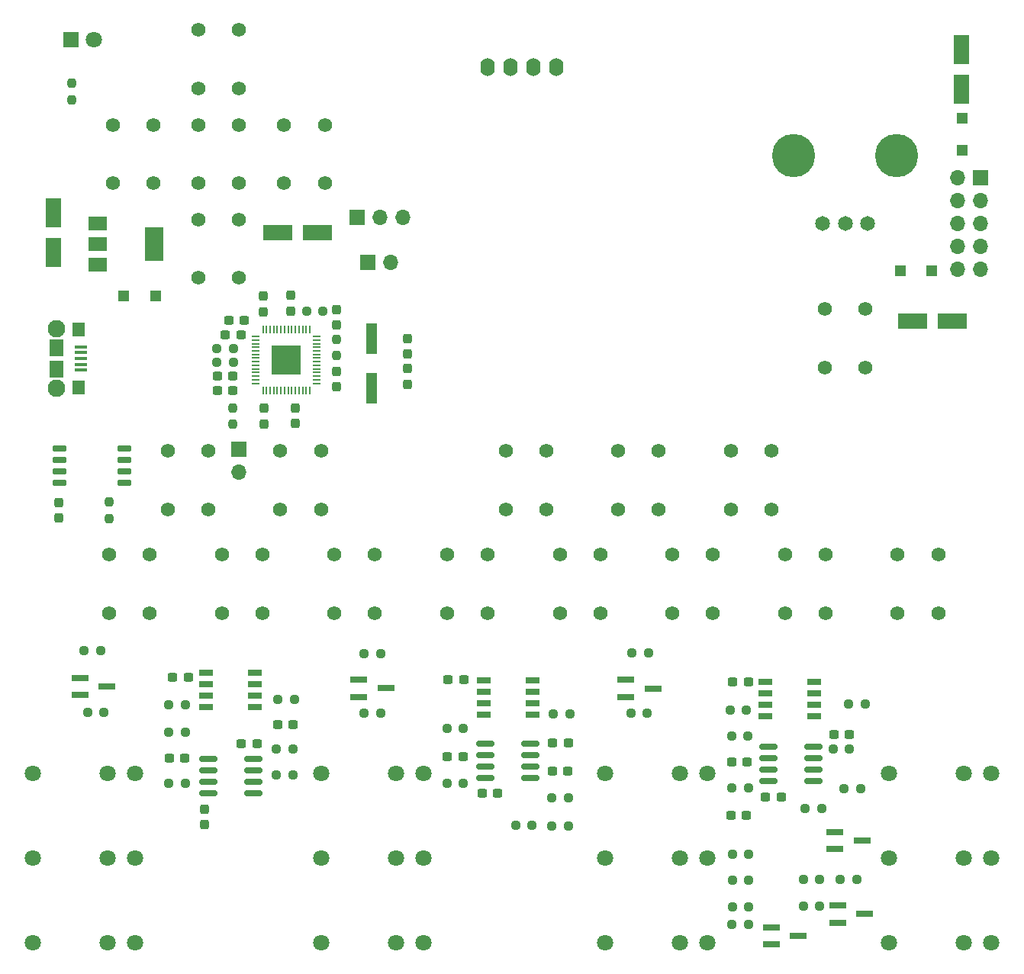
<source format=gts>
G04 #@! TF.GenerationSoftware,KiCad,Pcbnew,(6.0.0)*
G04 #@! TF.CreationDate,2022-04-06T23:58:59+02:00*
G04 #@! TF.ProjectId,GenerativeEngine,47656e65-7261-4746-9976-65456e67696e,rev?*
G04 #@! TF.SameCoordinates,Original*
G04 #@! TF.FileFunction,Soldermask,Top*
G04 #@! TF.FilePolarity,Negative*
%FSLAX46Y46*%
G04 Gerber Fmt 4.6, Leading zero omitted, Abs format (unit mm)*
G04 Created by KiCad (PCBNEW (6.0.0)) date 2022-04-06 23:58:59*
%MOMM*%
%LPD*%
G01*
G04 APERTURE LIST*
G04 Aperture macros list*
%AMRoundRect*
0 Rectangle with rounded corners*
0 $1 Rounding radius*
0 $2 $3 $4 $5 $6 $7 $8 $9 X,Y pos of 4 corners*
0 Add a 4 corners polygon primitive as box body*
4,1,4,$2,$3,$4,$5,$6,$7,$8,$9,$2,$3,0*
0 Add four circle primitives for the rounded corners*
1,1,$1+$1,$2,$3*
1,1,$1+$1,$4,$5*
1,1,$1+$1,$6,$7*
1,1,$1+$1,$8,$9*
0 Add four rect primitives between the rounded corners*
20,1,$1+$1,$2,$3,$4,$5,0*
20,1,$1+$1,$4,$5,$6,$7,0*
20,1,$1+$1,$6,$7,$8,$9,0*
20,1,$1+$1,$8,$9,$2,$3,0*%
G04 Aperture macros list end*
%ADD10RoundRect,0.237500X-0.250000X-0.237500X0.250000X-0.237500X0.250000X0.237500X-0.250000X0.237500X0*%
%ADD11RoundRect,0.237500X-0.237500X0.300000X-0.237500X-0.300000X0.237500X-0.300000X0.237500X0.300000X0*%
%ADD12RoundRect,0.237500X0.237500X-0.300000X0.237500X0.300000X-0.237500X0.300000X-0.237500X-0.300000X0*%
%ADD13R,1.500000X0.650000*%
%ADD14R,1.150000X1.150000*%
%ADD15C,1.575000*%
%ADD16C,1.800000*%
%ADD17RoundRect,0.150000X-0.825000X-0.150000X0.825000X-0.150000X0.825000X0.150000X-0.825000X0.150000X0*%
%ADD18RoundRect,0.237500X0.250000X0.237500X-0.250000X0.237500X-0.250000X-0.237500X0.250000X-0.237500X0*%
%ADD19R,1.800000X3.300000*%
%ADD20RoundRect,0.237500X0.300000X0.237500X-0.300000X0.237500X-0.300000X-0.237500X0.300000X-0.237500X0*%
%ADD21RoundRect,0.150000X0.650000X0.150000X-0.650000X0.150000X-0.650000X-0.150000X0.650000X-0.150000X0*%
%ADD22R,3.300000X1.800000*%
%ADD23RoundRect,0.237500X-0.300000X-0.237500X0.300000X-0.237500X0.300000X0.237500X-0.300000X0.237500X0*%
%ADD24R,1.900000X0.800000*%
%ADD25RoundRect,0.237500X0.237500X-0.250000X0.237500X0.250000X-0.237500X0.250000X-0.237500X-0.250000X0*%
%ADD26R,1.350000X0.400000*%
%ADD27C,1.950000*%
%ADD28R,1.400000X1.600000*%
%ADD29R,1.600000X1.900000*%
%ADD30R,0.177800X0.812800*%
%ADD31R,0.812800X0.177800*%
%ADD32R,3.200400X3.200400*%
%ADD33R,1.800000X1.800000*%
%ADD34RoundRect,0.237500X-0.237500X0.250000X-0.237500X-0.250000X0.237500X-0.250000X0.237500X0.250000X0*%
%ADD35R,1.200000X3.500000*%
%ADD36C,1.650000*%
%ADD37C,4.800000*%
%ADD38O,1.600000X2.000000*%
%ADD39R,2.000000X1.500000*%
%ADD40R,2.000000X3.800000*%
%ADD41R,1.700000X1.700000*%
%ADD42O,1.700000X1.700000*%
G04 APERTURE END LIST*
D10*
X128621900Y-134016600D03*
X130446900Y-134016600D03*
D11*
X64160400Y-79376100D03*
X64160400Y-81101100D03*
D12*
X72263000Y-89433400D03*
X72263000Y-87708400D03*
D13*
X57823700Y-121138800D03*
X57823700Y-122408800D03*
X57823700Y-123678800D03*
X57823700Y-124948800D03*
X63223700Y-124948800D03*
X63223700Y-123678800D03*
X63223700Y-122408800D03*
X63223700Y-121138800D03*
D12*
X67741800Y-93470900D03*
X67741800Y-91745900D03*
D10*
X92178500Y-138125200D03*
X94003500Y-138125200D03*
D14*
X138345600Y-76536400D03*
X134845600Y-76536400D03*
D15*
X109560400Y-108027400D03*
X109560400Y-114527400D03*
X114060400Y-108027400D03*
X114060400Y-114527400D03*
D10*
X96338500Y-125761600D03*
X98163500Y-125761600D03*
X105056300Y-118999000D03*
X106881300Y-118999000D03*
D15*
X66060900Y-96527400D03*
X66060900Y-103027400D03*
X70560900Y-96527400D03*
X70560900Y-103027400D03*
D16*
X144964200Y-141734400D03*
X141864200Y-141734400D03*
X133564200Y-141734400D03*
D17*
X58098400Y-130765400D03*
X58098400Y-132035400D03*
X58098400Y-133305400D03*
X58098400Y-134575400D03*
X63048400Y-134575400D03*
X63048400Y-133305400D03*
X63048400Y-132035400D03*
X63048400Y-130765400D03*
D18*
X126128900Y-136251800D03*
X124303900Y-136251800D03*
D10*
X44276000Y-118694200D03*
X46101000Y-118694200D03*
D19*
X141655800Y-56429000D03*
X141655800Y-52029000D03*
D12*
X72263000Y-82574300D03*
X72263000Y-80849300D03*
D18*
X55516900Y-127742800D03*
X53691900Y-127742800D03*
D10*
X96168200Y-135077200D03*
X97993200Y-135077200D03*
D15*
X59560900Y-108027400D03*
X59560900Y-114527400D03*
X64060900Y-108027400D03*
X64060900Y-114527400D03*
D20*
X63467900Y-129012800D03*
X61742900Y-129012800D03*
D15*
X56984200Y-49834400D03*
X56984200Y-56334400D03*
X61484200Y-49834400D03*
X61484200Y-56334400D03*
D21*
X48786600Y-100076000D03*
X48786600Y-98806000D03*
X48786600Y-97536000D03*
X48786600Y-96266000D03*
X41586600Y-96266000D03*
X41586600Y-97536000D03*
X41586600Y-98806000D03*
X41586600Y-100076000D03*
D14*
X141706600Y-59641800D03*
X141706600Y-63141800D03*
D22*
X140640000Y-82099000D03*
X136240000Y-82099000D03*
D15*
X66484200Y-60334400D03*
X66484200Y-66834400D03*
X70984200Y-60334400D03*
X70984200Y-66834400D03*
D18*
X129227700Y-129647800D03*
X127402700Y-129647800D03*
D10*
X124080900Y-147040600D03*
X125905900Y-147040600D03*
X124075300Y-144151200D03*
X125900300Y-144151200D03*
D15*
X72060900Y-108027400D03*
X72060900Y-114527400D03*
X76560900Y-108027400D03*
X76560900Y-114527400D03*
D23*
X84678000Y-121926200D03*
X86403000Y-121926200D03*
D15*
X47484200Y-60334400D03*
X47484200Y-66834400D03*
X51984200Y-60334400D03*
X51984200Y-66834400D03*
D10*
X59006100Y-85166200D03*
X60831100Y-85166200D03*
D14*
X52194400Y-79298800D03*
X48694400Y-79298800D03*
D19*
X40843200Y-74488400D03*
X40843200Y-70088400D03*
D24*
X120547000Y-149443400D03*
X120547000Y-151343400D03*
X123547000Y-150393400D03*
D20*
X60781100Y-89814400D03*
X59056100Y-89814400D03*
D18*
X117950100Y-128174600D03*
X116125100Y-128174600D03*
D15*
X84560900Y-108027400D03*
X84560900Y-114527400D03*
X89060900Y-108027400D03*
X89060900Y-114527400D03*
D25*
X60807600Y-93597100D03*
X60807600Y-91772100D03*
D23*
X116048100Y-136963000D03*
X117773100Y-136963000D03*
D24*
X104418000Y-121960600D03*
X104418000Y-123860600D03*
X107418000Y-122910600D03*
D10*
X84554800Y-133407000D03*
X86379800Y-133407000D03*
D18*
X130929500Y-124618600D03*
X129104500Y-124618600D03*
D16*
X49964200Y-151110800D03*
X46864200Y-151110800D03*
X38564200Y-151110800D03*
D26*
X43900400Y-84983800D03*
X43900400Y-85633800D03*
X43900400Y-86283800D03*
X43900400Y-86933800D03*
X43900400Y-87583800D03*
D27*
X41225400Y-82983800D03*
X41225400Y-89583800D03*
D28*
X43675400Y-83083800D03*
D29*
X41225400Y-85083800D03*
X41225400Y-87483800D03*
D28*
X43675400Y-89483800D03*
D12*
X57652400Y-138027600D03*
X57652400Y-136302600D03*
D30*
X64125800Y-89839800D03*
X64525799Y-89839800D03*
X64925801Y-89839800D03*
X65325800Y-89839800D03*
X65725799Y-89839800D03*
X66125801Y-89839800D03*
X66525800Y-89839800D03*
X66925800Y-89839800D03*
X67325799Y-89839800D03*
X67725801Y-89839800D03*
X68125800Y-89839800D03*
X68525799Y-89839800D03*
X68925801Y-89839800D03*
X69325800Y-89839800D03*
D31*
X70129400Y-89036200D03*
X70129400Y-88636201D03*
X70129400Y-88236199D03*
X70129400Y-87836200D03*
X70129400Y-87436201D03*
X70129400Y-87036199D03*
X70129400Y-86636200D03*
X70129400Y-86236200D03*
X70129400Y-85836201D03*
X70129400Y-85436199D03*
X70129400Y-85036200D03*
X70129400Y-84636201D03*
X70129400Y-84236199D03*
X70129400Y-83836200D03*
D30*
X69325800Y-83032600D03*
X68925801Y-83032600D03*
X68525799Y-83032600D03*
X68125800Y-83032600D03*
X67725801Y-83032600D03*
X67325799Y-83032600D03*
X66925800Y-83032600D03*
X66525800Y-83032600D03*
X66125801Y-83032600D03*
X65725799Y-83032600D03*
X65325800Y-83032600D03*
X64925801Y-83032600D03*
X64525799Y-83032600D03*
X64125800Y-83032600D03*
D31*
X63322200Y-83836200D03*
X63322200Y-84236199D03*
X63322200Y-84636201D03*
X63322200Y-85036200D03*
X63322200Y-85436199D03*
X63322200Y-85836201D03*
X63322200Y-86236200D03*
X63322200Y-86636200D03*
X63322200Y-87036199D03*
X63322200Y-87436201D03*
X63322200Y-87836200D03*
X63322200Y-88236199D03*
X63322200Y-88636201D03*
X63322200Y-89036200D03*
D32*
X66725800Y-86436200D03*
D10*
X44655100Y-125526800D03*
X46480100Y-125526800D03*
D15*
X91060900Y-96527400D03*
X91060900Y-103027400D03*
X95560900Y-96527400D03*
X95560900Y-103027400D03*
D13*
X119874800Y-122205600D03*
X119874800Y-123475600D03*
X119874800Y-124745600D03*
X119874800Y-126015600D03*
X125274800Y-126015600D03*
X125274800Y-124745600D03*
X125274800Y-123475600D03*
X125274800Y-122205600D03*
D18*
X60831100Y-86741000D03*
X59006100Y-86741000D03*
D15*
X134560400Y-108027400D03*
X134560400Y-114527400D03*
X139060400Y-108027400D03*
X139060400Y-114527400D03*
D10*
X84552900Y-127311000D03*
X86377900Y-127311000D03*
D16*
X81964200Y-132334400D03*
X78864200Y-132334400D03*
X70564200Y-132334400D03*
X49959200Y-132334400D03*
X46859200Y-132334400D03*
X38559200Y-132334400D03*
D20*
X55468000Y-130613000D03*
X53743000Y-130613000D03*
D10*
X65809600Y-124161400D03*
X67634600Y-124161400D03*
D20*
X62051100Y-82016600D03*
X60326100Y-82016600D03*
X117874700Y-131095600D03*
X116149700Y-131095600D03*
D13*
X88658200Y-122027800D03*
X88658200Y-123297800D03*
X88658200Y-124567800D03*
X88658200Y-125837800D03*
X94058200Y-125837800D03*
X94058200Y-124567800D03*
X94058200Y-123297800D03*
X94058200Y-122027800D03*
D33*
X42839200Y-50882400D03*
D16*
X45379200Y-50882400D03*
D34*
X72263000Y-84152100D03*
X72263000Y-85977100D03*
D10*
X96191700Y-138176000D03*
X98016700Y-138176000D03*
D24*
X43813600Y-121757400D03*
X43813600Y-123657400D03*
X46813600Y-122707400D03*
D20*
X90162200Y-134550000D03*
X88437200Y-134550000D03*
D18*
X117977300Y-149098000D03*
X116152300Y-149098000D03*
D20*
X121633900Y-134931000D03*
X119908900Y-134931000D03*
D34*
X42875200Y-55754900D03*
X42875200Y-57579900D03*
D15*
X122060400Y-108027400D03*
X122060400Y-114527400D03*
X126560400Y-108027400D03*
X126560400Y-114527400D03*
X116060900Y-96527400D03*
X116060900Y-103027400D03*
X120560900Y-96527400D03*
X120560900Y-103027400D03*
D18*
X106779700Y-125628400D03*
X104954700Y-125628400D03*
X55491500Y-124720200D03*
X53666500Y-124720200D03*
D12*
X80137000Y-89127500D03*
X80137000Y-87402500D03*
D17*
X88807000Y-129038200D03*
X88807000Y-130308200D03*
X88807000Y-131578200D03*
X88807000Y-132848200D03*
X93757000Y-132848200D03*
X93757000Y-131578200D03*
X93757000Y-130308200D03*
X93757000Y-129038200D03*
D35*
X76225400Y-89592600D03*
X76225400Y-84092600D03*
D17*
X120252200Y-129419200D03*
X120252200Y-130689200D03*
X120252200Y-131959200D03*
X120252200Y-133229200D03*
X125202200Y-133229200D03*
X125202200Y-131959200D03*
X125202200Y-130689200D03*
X125202200Y-129419200D03*
D11*
X67233800Y-79274500D03*
X67233800Y-80999500D03*
D10*
X75365600Y-119024400D03*
X77190600Y-119024400D03*
D18*
X118030000Y-144195800D03*
X116205000Y-144195800D03*
D16*
X113464200Y-132334400D03*
X110364200Y-132334400D03*
X102064200Y-132334400D03*
D23*
X96288000Y-128987400D03*
X98013000Y-128987400D03*
D20*
X97966700Y-132054600D03*
X96241700Y-132054600D03*
D12*
X64236600Y-93522800D03*
X64236600Y-91797800D03*
D22*
X65795800Y-72288400D03*
X70195800Y-72288400D03*
D23*
X116251300Y-122154800D03*
X117976300Y-122154800D03*
D15*
X53560900Y-96527400D03*
X53560900Y-103027400D03*
X58060900Y-96527400D03*
X58060900Y-103027400D03*
D16*
X113464200Y-141734400D03*
X110364200Y-141734400D03*
X102064200Y-141734400D03*
D15*
X56984200Y-70834400D03*
X56984200Y-77334400D03*
X61484200Y-70834400D03*
X61484200Y-77334400D03*
D16*
X113464200Y-151110800D03*
X110364200Y-151110800D03*
X102064200Y-151110800D03*
D25*
X47040800Y-104036500D03*
X47040800Y-102211500D03*
D23*
X65757200Y-126904600D03*
X67482200Y-126904600D03*
D16*
X144964200Y-151134400D03*
X141864200Y-151134400D03*
X133564200Y-151134400D03*
D10*
X116150500Y-133965800D03*
X117975500Y-133965800D03*
D18*
X118033800Y-141351000D03*
X116208800Y-141351000D03*
X67429500Y-132543400D03*
X65604500Y-132543400D03*
D36*
X126227000Y-71267500D03*
X131227000Y-71267500D03*
X128727000Y-71267500D03*
D37*
X134427000Y-63767500D03*
X123027000Y-63767500D03*
D24*
X127602600Y-138832400D03*
X127602600Y-140732400D03*
X130602600Y-139782400D03*
D38*
X89018600Y-53912200D03*
X91558600Y-53912200D03*
X94098600Y-53912200D03*
X96638600Y-53912200D03*
D18*
X77188700Y-125628400D03*
X75363700Y-125628400D03*
D16*
X144964200Y-132334400D03*
X141864200Y-132334400D03*
X133564200Y-132334400D03*
D15*
X97060900Y-108027400D03*
X97060900Y-114527400D03*
X101560900Y-108027400D03*
X101560900Y-114527400D03*
D39*
X45795800Y-71258400D03*
X45795800Y-73558400D03*
D40*
X52095800Y-73558400D03*
D39*
X45795800Y-75858400D03*
D24*
X74776200Y-121935200D03*
X74776200Y-123835200D03*
X77776200Y-122885200D03*
D23*
X54122900Y-121697600D03*
X55847900Y-121697600D03*
D16*
X81964200Y-151110800D03*
X78864200Y-151110800D03*
X70564200Y-151110800D03*
D11*
X80137000Y-84049700D03*
X80137000Y-85774700D03*
D23*
X84604000Y-130511400D03*
X86329000Y-130511400D03*
D10*
X65629900Y-129622400D03*
X67454900Y-129622400D03*
X53691900Y-133483200D03*
X55516900Y-133483200D03*
D23*
X127452700Y-128047600D03*
X129177700Y-128047600D03*
X59056100Y-88265000D03*
X60781100Y-88265000D03*
D15*
X126485328Y-80758410D03*
X126485328Y-87258410D03*
X130985328Y-80758410D03*
X130985328Y-87258410D03*
D10*
X68962900Y-81051400D03*
X70787900Y-81051400D03*
D20*
X61695500Y-83642200D03*
X59970500Y-83642200D03*
D15*
X47060900Y-108027400D03*
X47060900Y-114527400D03*
X51560900Y-108027400D03*
X51560900Y-114527400D03*
D18*
X118030000Y-147167600D03*
X116205000Y-147167600D03*
D24*
X127913000Y-147005000D03*
X127913000Y-148905000D03*
X130913000Y-147955000D03*
D16*
X81964200Y-141734400D03*
X78864200Y-141734400D03*
X70564200Y-141734400D03*
D15*
X56984200Y-60334400D03*
X56984200Y-66834400D03*
X61484200Y-60334400D03*
X61484200Y-66834400D03*
D11*
X41452800Y-102261500D03*
X41452800Y-103986500D03*
D15*
X103560900Y-96527400D03*
X103560900Y-103027400D03*
X108060900Y-96527400D03*
X108060900Y-103027400D03*
D18*
X117797700Y-125279000D03*
X115972700Y-125279000D03*
D10*
X128192000Y-144125800D03*
X130017000Y-144125800D03*
D16*
X49964200Y-141734400D03*
X46864200Y-141734400D03*
X38564200Y-141734400D03*
D41*
X61417200Y-96337200D03*
D42*
X61417200Y-98877200D03*
D41*
X74549000Y-70637400D03*
D42*
X77089000Y-70637400D03*
X79629000Y-70637400D03*
D41*
X143718200Y-66248200D03*
D42*
X141178200Y-66248200D03*
X143718200Y-68788200D03*
X141178200Y-68788200D03*
X143718200Y-71328200D03*
X141178200Y-71328200D03*
X143718200Y-73868200D03*
X141178200Y-73868200D03*
X143718200Y-76408200D03*
X141178200Y-76408200D03*
D41*
X75763200Y-75615800D03*
D42*
X78303200Y-75615800D03*
M02*

</source>
